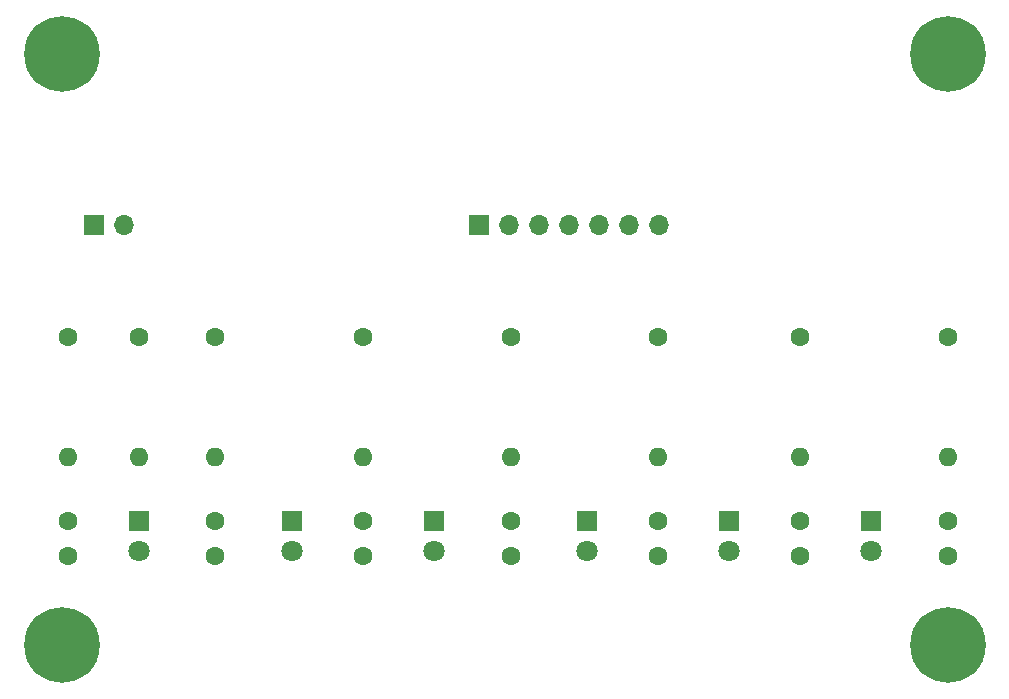
<source format=gbr>
%TF.GenerationSoftware,KiCad,Pcbnew,8.0.6*%
%TF.CreationDate,2024-11-04T15:23:12-08:00*%
%TF.ProjectId,201_final_project_sensor_array,3230315f-6669-46e6-916c-5f70726f6a65,rev?*%
%TF.SameCoordinates,Original*%
%TF.FileFunction,Soldermask,Top*%
%TF.FilePolarity,Negative*%
%FSLAX46Y46*%
G04 Gerber Fmt 4.6, Leading zero omitted, Abs format (unit mm)*
G04 Created by KiCad (PCBNEW 8.0.6) date 2024-11-04 15:23:12*
%MOMM*%
%LPD*%
G01*
G04 APERTURE LIST*
%ADD10C,1.600000*%
%ADD11R,1.800000X1.800000*%
%ADD12C,1.800000*%
%ADD13R,1.700000X1.700000*%
%ADD14O,1.700000X1.700000*%
%ADD15C,6.400000*%
%ADD16O,1.600000X1.600000*%
G04 APERTURE END LIST*
D10*
%TO.C,A13*%
X158000000Y-100000000D03*
X158000000Y-103000000D03*
%TD*%
D11*
%TO.C,GND*%
X164000000Y-100000000D03*
D12*
X164000000Y-102540000D03*
%TD*%
D10*
%TO.C,A11*%
X133500000Y-100000000D03*
X133500000Y-103000000D03*
%TD*%
%TO.C,A12*%
X146000000Y-100000000D03*
X146000000Y-103000000D03*
%TD*%
D13*
%TO.C,VCC*%
X98225000Y-75000000D03*
D14*
X100765000Y-75000000D03*
%TD*%
D15*
%TO.C,H4*%
X95500000Y-110500000D03*
%TD*%
D11*
%TO.C,GND*%
X140000000Y-100000000D03*
D12*
X140000000Y-102540000D03*
%TD*%
D11*
%TO.C,GND*%
X127000000Y-100000000D03*
D12*
X127000000Y-102540000D03*
%TD*%
D10*
%TO.C,1k*%
X158000000Y-84420000D03*
D16*
X158000000Y-94580000D03*
%TD*%
D10*
%TO.C,A9*%
X108500000Y-100000000D03*
X108500000Y-103000000D03*
%TD*%
D15*
%TO.C,H1*%
X170500000Y-110500000D03*
%TD*%
D11*
%TO.C,GND*%
X152000000Y-100000000D03*
D12*
X152000000Y-102540000D03*
%TD*%
D10*
%TO.C,A14*%
X170500000Y-100000000D03*
X170500000Y-103000000D03*
%TD*%
%TO.C,1k*%
X102000000Y-84420000D03*
D16*
X102000000Y-94580000D03*
%TD*%
D10*
%TO.C,1k*%
X170500000Y-84500000D03*
D16*
X170500000Y-94660000D03*
%TD*%
D11*
%TO.C,GND*%
X102000000Y-100000000D03*
D12*
X102000000Y-102540000D03*
%TD*%
D13*
%TO.C,J1*%
X130840000Y-75000000D03*
D14*
X133380000Y-75000000D03*
X135920000Y-75000000D03*
X138460000Y-75000000D03*
X141000000Y-75000000D03*
X143540000Y-75000000D03*
X146080000Y-75000000D03*
%TD*%
D10*
%TO.C,330*%
X96000000Y-84420000D03*
D16*
X96000000Y-94580000D03*
%TD*%
D15*
%TO.C,H3*%
X95500000Y-60500000D03*
%TD*%
%TO.C,H2*%
X170500000Y-60500000D03*
%TD*%
D10*
%TO.C,A10*%
X121000000Y-100000000D03*
X121000000Y-103000000D03*
%TD*%
%TO.C,1k*%
X121000000Y-84500000D03*
D16*
X121000000Y-94660000D03*
%TD*%
D10*
%TO.C,A8*%
X96000000Y-100000000D03*
X96000000Y-103000000D03*
%TD*%
%TO.C,1k*%
X108500000Y-84420000D03*
D16*
X108500000Y-94580000D03*
%TD*%
D10*
%TO.C,1k*%
X133500000Y-84500000D03*
D16*
X133500000Y-94660000D03*
%TD*%
D11*
%TO.C,GND*%
X115000000Y-100000000D03*
D12*
X115000000Y-102540000D03*
%TD*%
D10*
%TO.C,1k*%
X146000000Y-84420000D03*
D16*
X146000000Y-94580000D03*
%TD*%
M02*

</source>
